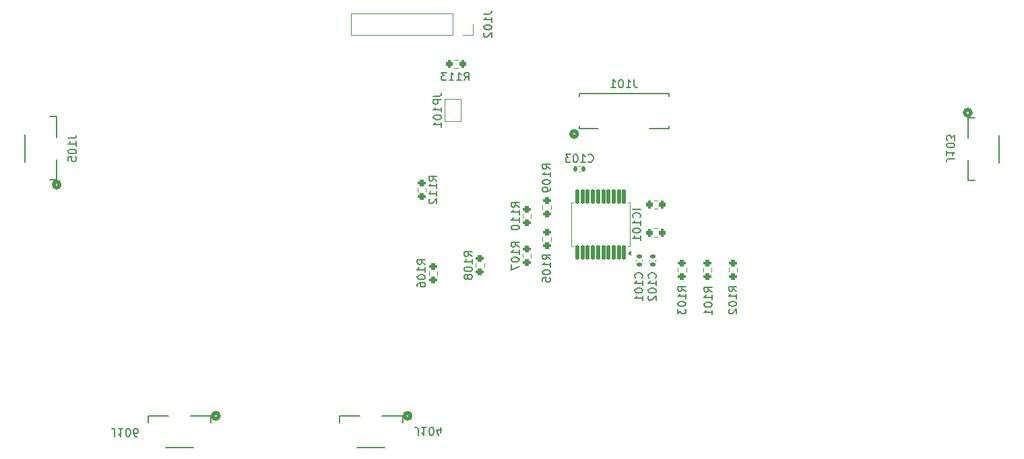
<source format=gbo>
G04 #@! TF.GenerationSoftware,KiCad,Pcbnew,8.0.9*
G04 #@! TF.CreationDate,2025-09-24T23:27:37+09:00*
G04 #@! TF.ProjectId,usb_sfc_pad,7573625f-7366-4635-9f70-61642e6b6963,rev?*
G04 #@! TF.SameCoordinates,Original*
G04 #@! TF.FileFunction,Legend,Bot*
G04 #@! TF.FilePolarity,Positive*
%FSLAX46Y46*%
G04 Gerber Fmt 4.6, Leading zero omitted, Abs format (unit mm)*
G04 Created by KiCad (PCBNEW 8.0.9) date 2025-09-24 23:27:37*
%MOMM*%
%LPD*%
G01*
G04 APERTURE LIST*
G04 Aperture macros list*
%AMRoundRect*
0 Rectangle with rounded corners*
0 $1 Rounding radius*
0 $2 $3 $4 $5 $6 $7 $8 $9 X,Y pos of 4 corners*
0 Add a 4 corners polygon primitive as box body*
4,1,4,$2,$3,$4,$5,$6,$7,$8,$9,$2,$3,0*
0 Add four circle primitives for the rounded corners*
1,1,$1+$1,$2,$3*
1,1,$1+$1,$4,$5*
1,1,$1+$1,$6,$7*
1,1,$1+$1,$8,$9*
0 Add four rect primitives between the rounded corners*
20,1,$1+$1,$2,$3,$4,$5,0*
20,1,$1+$1,$4,$5,$6,$7,0*
20,1,$1+$1,$6,$7,$8,$9,0*
20,1,$1+$1,$8,$9,$2,$3,0*%
%AMFreePoly0*
4,1,6,1.000000,0.000000,0.500000,-0.750000,-0.500000,-0.750000,-0.500000,0.750000,0.500000,0.750000,1.000000,0.000000,1.000000,0.000000,$1*%
%AMFreePoly1*
4,1,6,0.500000,-0.750000,-0.650000,-0.750000,-0.150000,0.000000,-0.650000,0.750000,0.500000,0.750000,0.500000,-0.750000,0.500000,-0.750000,$1*%
G04 Aperture macros list end*
%ADD10C,0.150000*%
%ADD11C,0.152400*%
%ADD12C,0.508000*%
%ADD13C,0.120000*%
%ADD14R,0.889000X1.295400*%
%ADD15R,2.209800X3.098800*%
%ADD16R,3.098800X2.209800*%
%ADD17R,1.295400X0.889000*%
%ADD18RoundRect,0.200000X-0.275000X0.200000X-0.275000X-0.200000X0.275000X-0.200000X0.275000X0.200000X0*%
%ADD19RoundRect,0.200000X0.200000X0.275000X-0.200000X0.275000X-0.200000X-0.275000X0.200000X-0.275000X0*%
%ADD20RoundRect,0.200000X0.275000X-0.200000X0.275000X0.200000X-0.275000X0.200000X-0.275000X-0.200000X0*%
%ADD21FreePoly0,270.000000*%
%ADD22FreePoly1,270.000000*%
%ADD23RoundRect,0.140000X0.170000X-0.140000X0.170000X0.140000X-0.170000X0.140000X-0.170000X-0.140000X0*%
%ADD24RoundRect,0.140000X-0.140000X-0.170000X0.140000X-0.170000X0.140000X0.170000X-0.140000X0.170000X0*%
%ADD25R,0.812800X1.701800*%
%ADD26RoundRect,0.112500X0.112500X-0.837500X0.112500X0.837500X-0.112500X0.837500X-0.112500X-0.837500X0*%
%ADD27R,1.700000X1.700000*%
%ADD28O,1.700000X1.700000*%
G04 APERTURE END LIST*
D10*
X104314285Y-141845180D02*
X104314285Y-141130895D01*
X104314285Y-141130895D02*
X104266666Y-140988038D01*
X104266666Y-140988038D02*
X104171428Y-140892800D01*
X104171428Y-140892800D02*
X104028571Y-140845180D01*
X104028571Y-140845180D02*
X103933333Y-140845180D01*
X105314285Y-140845180D02*
X104742857Y-140845180D01*
X105028571Y-140845180D02*
X105028571Y-141845180D01*
X105028571Y-141845180D02*
X104933333Y-141702323D01*
X104933333Y-141702323D02*
X104838095Y-141607085D01*
X104838095Y-141607085D02*
X104742857Y-141559466D01*
X105933333Y-141845180D02*
X106028571Y-141845180D01*
X106028571Y-141845180D02*
X106123809Y-141797561D01*
X106123809Y-141797561D02*
X106171428Y-141749942D01*
X106171428Y-141749942D02*
X106219047Y-141654704D01*
X106219047Y-141654704D02*
X106266666Y-141464228D01*
X106266666Y-141464228D02*
X106266666Y-141226133D01*
X106266666Y-141226133D02*
X106219047Y-141035657D01*
X106219047Y-141035657D02*
X106171428Y-140940419D01*
X106171428Y-140940419D02*
X106123809Y-140892800D01*
X106123809Y-140892800D02*
X106028571Y-140845180D01*
X106028571Y-140845180D02*
X105933333Y-140845180D01*
X105933333Y-140845180D02*
X105838095Y-140892800D01*
X105838095Y-140892800D02*
X105790476Y-140940419D01*
X105790476Y-140940419D02*
X105742857Y-141035657D01*
X105742857Y-141035657D02*
X105695238Y-141226133D01*
X105695238Y-141226133D02*
X105695238Y-141464228D01*
X105695238Y-141464228D02*
X105742857Y-141654704D01*
X105742857Y-141654704D02*
X105790476Y-141749942D01*
X105790476Y-141749942D02*
X105838095Y-141797561D01*
X105838095Y-141797561D02*
X105933333Y-141845180D01*
X107123809Y-141845180D02*
X106933333Y-141845180D01*
X106933333Y-141845180D02*
X106838095Y-141797561D01*
X106838095Y-141797561D02*
X106790476Y-141749942D01*
X106790476Y-141749942D02*
X106695238Y-141607085D01*
X106695238Y-141607085D02*
X106647619Y-141416609D01*
X106647619Y-141416609D02*
X106647619Y-141035657D01*
X106647619Y-141035657D02*
X106695238Y-140940419D01*
X106695238Y-140940419D02*
X106742857Y-140892800D01*
X106742857Y-140892800D02*
X106838095Y-140845180D01*
X106838095Y-140845180D02*
X107028571Y-140845180D01*
X107028571Y-140845180D02*
X107123809Y-140892800D01*
X107123809Y-140892800D02*
X107171428Y-140940419D01*
X107171428Y-140940419D02*
X107219047Y-141035657D01*
X107219047Y-141035657D02*
X107219047Y-141273752D01*
X107219047Y-141273752D02*
X107171428Y-141368990D01*
X107171428Y-141368990D02*
X107123809Y-141416609D01*
X107123809Y-141416609D02*
X107028571Y-141464228D01*
X107028571Y-141464228D02*
X106838095Y-141464228D01*
X106838095Y-141464228D02*
X106742857Y-141416609D01*
X106742857Y-141416609D02*
X106695238Y-141368990D01*
X106695238Y-141368990D02*
X106647619Y-141273752D01*
X142439285Y-141695180D02*
X142439285Y-140980895D01*
X142439285Y-140980895D02*
X142391666Y-140838038D01*
X142391666Y-140838038D02*
X142296428Y-140742800D01*
X142296428Y-140742800D02*
X142153571Y-140695180D01*
X142153571Y-140695180D02*
X142058333Y-140695180D01*
X143439285Y-140695180D02*
X142867857Y-140695180D01*
X143153571Y-140695180D02*
X143153571Y-141695180D01*
X143153571Y-141695180D02*
X143058333Y-141552323D01*
X143058333Y-141552323D02*
X142963095Y-141457085D01*
X142963095Y-141457085D02*
X142867857Y-141409466D01*
X144058333Y-141695180D02*
X144153571Y-141695180D01*
X144153571Y-141695180D02*
X144248809Y-141647561D01*
X144248809Y-141647561D02*
X144296428Y-141599942D01*
X144296428Y-141599942D02*
X144344047Y-141504704D01*
X144344047Y-141504704D02*
X144391666Y-141314228D01*
X144391666Y-141314228D02*
X144391666Y-141076133D01*
X144391666Y-141076133D02*
X144344047Y-140885657D01*
X144344047Y-140885657D02*
X144296428Y-140790419D01*
X144296428Y-140790419D02*
X144248809Y-140742800D01*
X144248809Y-140742800D02*
X144153571Y-140695180D01*
X144153571Y-140695180D02*
X144058333Y-140695180D01*
X144058333Y-140695180D02*
X143963095Y-140742800D01*
X143963095Y-140742800D02*
X143915476Y-140790419D01*
X143915476Y-140790419D02*
X143867857Y-140885657D01*
X143867857Y-140885657D02*
X143820238Y-141076133D01*
X143820238Y-141076133D02*
X143820238Y-141314228D01*
X143820238Y-141314228D02*
X143867857Y-141504704D01*
X143867857Y-141504704D02*
X143915476Y-141599942D01*
X143915476Y-141599942D02*
X143963095Y-141647561D01*
X143963095Y-141647561D02*
X144058333Y-141695180D01*
X145248809Y-141361847D02*
X145248809Y-140695180D01*
X145010714Y-141742800D02*
X144772619Y-141028514D01*
X144772619Y-141028514D02*
X145391666Y-141028514D01*
X98454819Y-104314285D02*
X99169104Y-104314285D01*
X99169104Y-104314285D02*
X99311961Y-104266666D01*
X99311961Y-104266666D02*
X99407200Y-104171428D01*
X99407200Y-104171428D02*
X99454819Y-104028571D01*
X99454819Y-104028571D02*
X99454819Y-103933333D01*
X99454819Y-105314285D02*
X99454819Y-104742857D01*
X99454819Y-105028571D02*
X98454819Y-105028571D01*
X98454819Y-105028571D02*
X98597676Y-104933333D01*
X98597676Y-104933333D02*
X98692914Y-104838095D01*
X98692914Y-104838095D02*
X98740533Y-104742857D01*
X98454819Y-105933333D02*
X98454819Y-106028571D01*
X98454819Y-106028571D02*
X98502438Y-106123809D01*
X98502438Y-106123809D02*
X98550057Y-106171428D01*
X98550057Y-106171428D02*
X98645295Y-106219047D01*
X98645295Y-106219047D02*
X98835771Y-106266666D01*
X98835771Y-106266666D02*
X99073866Y-106266666D01*
X99073866Y-106266666D02*
X99264342Y-106219047D01*
X99264342Y-106219047D02*
X99359580Y-106171428D01*
X99359580Y-106171428D02*
X99407200Y-106123809D01*
X99407200Y-106123809D02*
X99454819Y-106028571D01*
X99454819Y-106028571D02*
X99454819Y-105933333D01*
X99454819Y-105933333D02*
X99407200Y-105838095D01*
X99407200Y-105838095D02*
X99359580Y-105790476D01*
X99359580Y-105790476D02*
X99264342Y-105742857D01*
X99264342Y-105742857D02*
X99073866Y-105695238D01*
X99073866Y-105695238D02*
X98835771Y-105695238D01*
X98835771Y-105695238D02*
X98645295Y-105742857D01*
X98645295Y-105742857D02*
X98550057Y-105790476D01*
X98550057Y-105790476D02*
X98502438Y-105838095D01*
X98502438Y-105838095D02*
X98454819Y-105933333D01*
X98454819Y-107171428D02*
X98454819Y-106695238D01*
X98454819Y-106695238D02*
X98931009Y-106647619D01*
X98931009Y-106647619D02*
X98883390Y-106695238D01*
X98883390Y-106695238D02*
X98835771Y-106790476D01*
X98835771Y-106790476D02*
X98835771Y-107028571D01*
X98835771Y-107028571D02*
X98883390Y-107123809D01*
X98883390Y-107123809D02*
X98931009Y-107171428D01*
X98931009Y-107171428D02*
X99026247Y-107219047D01*
X99026247Y-107219047D02*
X99264342Y-107219047D01*
X99264342Y-107219047D02*
X99359580Y-107171428D01*
X99359580Y-107171428D02*
X99407200Y-107123809D01*
X99407200Y-107123809D02*
X99454819Y-107028571D01*
X99454819Y-107028571D02*
X99454819Y-106790476D01*
X99454819Y-106790476D02*
X99407200Y-106695238D01*
X99407200Y-106695238D02*
X99359580Y-106647619D01*
X209845180Y-106885714D02*
X209130895Y-106885714D01*
X209130895Y-106885714D02*
X208988038Y-106933333D01*
X208988038Y-106933333D02*
X208892800Y-107028571D01*
X208892800Y-107028571D02*
X208845180Y-107171428D01*
X208845180Y-107171428D02*
X208845180Y-107266666D01*
X208845180Y-105885714D02*
X208845180Y-106457142D01*
X208845180Y-106171428D02*
X209845180Y-106171428D01*
X209845180Y-106171428D02*
X209702323Y-106266666D01*
X209702323Y-106266666D02*
X209607085Y-106361904D01*
X209607085Y-106361904D02*
X209559466Y-106457142D01*
X209845180Y-105266666D02*
X209845180Y-105171428D01*
X209845180Y-105171428D02*
X209797561Y-105076190D01*
X209797561Y-105076190D02*
X209749942Y-105028571D01*
X209749942Y-105028571D02*
X209654704Y-104980952D01*
X209654704Y-104980952D02*
X209464228Y-104933333D01*
X209464228Y-104933333D02*
X209226133Y-104933333D01*
X209226133Y-104933333D02*
X209035657Y-104980952D01*
X209035657Y-104980952D02*
X208940419Y-105028571D01*
X208940419Y-105028571D02*
X208892800Y-105076190D01*
X208892800Y-105076190D02*
X208845180Y-105171428D01*
X208845180Y-105171428D02*
X208845180Y-105266666D01*
X208845180Y-105266666D02*
X208892800Y-105361904D01*
X208892800Y-105361904D02*
X208940419Y-105409523D01*
X208940419Y-105409523D02*
X209035657Y-105457142D01*
X209035657Y-105457142D02*
X209226133Y-105504761D01*
X209226133Y-105504761D02*
X209464228Y-105504761D01*
X209464228Y-105504761D02*
X209654704Y-105457142D01*
X209654704Y-105457142D02*
X209749942Y-105409523D01*
X209749942Y-105409523D02*
X209797561Y-105361904D01*
X209797561Y-105361904D02*
X209845180Y-105266666D01*
X209845180Y-104599999D02*
X209845180Y-103980952D01*
X209845180Y-103980952D02*
X209464228Y-104314285D01*
X209464228Y-104314285D02*
X209464228Y-104171428D01*
X209464228Y-104171428D02*
X209416609Y-104076190D01*
X209416609Y-104076190D02*
X209368990Y-104028571D01*
X209368990Y-104028571D02*
X209273752Y-103980952D01*
X209273752Y-103980952D02*
X209035657Y-103980952D01*
X209035657Y-103980952D02*
X208940419Y-104028571D01*
X208940419Y-104028571D02*
X208892800Y-104076190D01*
X208892800Y-104076190D02*
X208845180Y-104171428D01*
X208845180Y-104171428D02*
X208845180Y-104457142D01*
X208845180Y-104457142D02*
X208892800Y-104552380D01*
X208892800Y-104552380D02*
X208940419Y-104599999D01*
X182454819Y-123555952D02*
X181978628Y-123222619D01*
X182454819Y-122984524D02*
X181454819Y-122984524D01*
X181454819Y-122984524D02*
X181454819Y-123365476D01*
X181454819Y-123365476D02*
X181502438Y-123460714D01*
X181502438Y-123460714D02*
X181550057Y-123508333D01*
X181550057Y-123508333D02*
X181645295Y-123555952D01*
X181645295Y-123555952D02*
X181788152Y-123555952D01*
X181788152Y-123555952D02*
X181883390Y-123508333D01*
X181883390Y-123508333D02*
X181931009Y-123460714D01*
X181931009Y-123460714D02*
X181978628Y-123365476D01*
X181978628Y-123365476D02*
X181978628Y-122984524D01*
X182454819Y-124508333D02*
X182454819Y-123936905D01*
X182454819Y-124222619D02*
X181454819Y-124222619D01*
X181454819Y-124222619D02*
X181597676Y-124127381D01*
X181597676Y-124127381D02*
X181692914Y-124032143D01*
X181692914Y-124032143D02*
X181740533Y-123936905D01*
X181454819Y-125127381D02*
X181454819Y-125222619D01*
X181454819Y-125222619D02*
X181502438Y-125317857D01*
X181502438Y-125317857D02*
X181550057Y-125365476D01*
X181550057Y-125365476D02*
X181645295Y-125413095D01*
X181645295Y-125413095D02*
X181835771Y-125460714D01*
X181835771Y-125460714D02*
X182073866Y-125460714D01*
X182073866Y-125460714D02*
X182264342Y-125413095D01*
X182264342Y-125413095D02*
X182359580Y-125365476D01*
X182359580Y-125365476D02*
X182407200Y-125317857D01*
X182407200Y-125317857D02*
X182454819Y-125222619D01*
X182454819Y-125222619D02*
X182454819Y-125127381D01*
X182454819Y-125127381D02*
X182407200Y-125032143D01*
X182407200Y-125032143D02*
X182359580Y-124984524D01*
X182359580Y-124984524D02*
X182264342Y-124936905D01*
X182264342Y-124936905D02*
X182073866Y-124889286D01*
X182073866Y-124889286D02*
X181835771Y-124889286D01*
X181835771Y-124889286D02*
X181645295Y-124936905D01*
X181645295Y-124936905D02*
X181550057Y-124984524D01*
X181550057Y-124984524D02*
X181502438Y-125032143D01*
X181502438Y-125032143D02*
X181454819Y-125127381D01*
X181550057Y-125841667D02*
X181502438Y-125889286D01*
X181502438Y-125889286D02*
X181454819Y-125984524D01*
X181454819Y-125984524D02*
X181454819Y-126222619D01*
X181454819Y-126222619D02*
X181502438Y-126317857D01*
X181502438Y-126317857D02*
X181550057Y-126365476D01*
X181550057Y-126365476D02*
X181645295Y-126413095D01*
X181645295Y-126413095D02*
X181740533Y-126413095D01*
X181740533Y-126413095D02*
X181883390Y-126365476D01*
X181883390Y-126365476D02*
X182454819Y-125794048D01*
X182454819Y-125794048D02*
X182454819Y-126413095D01*
X159054819Y-108205952D02*
X158578628Y-107872619D01*
X159054819Y-107634524D02*
X158054819Y-107634524D01*
X158054819Y-107634524D02*
X158054819Y-108015476D01*
X158054819Y-108015476D02*
X158102438Y-108110714D01*
X158102438Y-108110714D02*
X158150057Y-108158333D01*
X158150057Y-108158333D02*
X158245295Y-108205952D01*
X158245295Y-108205952D02*
X158388152Y-108205952D01*
X158388152Y-108205952D02*
X158483390Y-108158333D01*
X158483390Y-108158333D02*
X158531009Y-108110714D01*
X158531009Y-108110714D02*
X158578628Y-108015476D01*
X158578628Y-108015476D02*
X158578628Y-107634524D01*
X159054819Y-109158333D02*
X159054819Y-108586905D01*
X159054819Y-108872619D02*
X158054819Y-108872619D01*
X158054819Y-108872619D02*
X158197676Y-108777381D01*
X158197676Y-108777381D02*
X158292914Y-108682143D01*
X158292914Y-108682143D02*
X158340533Y-108586905D01*
X158054819Y-109777381D02*
X158054819Y-109872619D01*
X158054819Y-109872619D02*
X158102438Y-109967857D01*
X158102438Y-109967857D02*
X158150057Y-110015476D01*
X158150057Y-110015476D02*
X158245295Y-110063095D01*
X158245295Y-110063095D02*
X158435771Y-110110714D01*
X158435771Y-110110714D02*
X158673866Y-110110714D01*
X158673866Y-110110714D02*
X158864342Y-110063095D01*
X158864342Y-110063095D02*
X158959580Y-110015476D01*
X158959580Y-110015476D02*
X159007200Y-109967857D01*
X159007200Y-109967857D02*
X159054819Y-109872619D01*
X159054819Y-109872619D02*
X159054819Y-109777381D01*
X159054819Y-109777381D02*
X159007200Y-109682143D01*
X159007200Y-109682143D02*
X158959580Y-109634524D01*
X158959580Y-109634524D02*
X158864342Y-109586905D01*
X158864342Y-109586905D02*
X158673866Y-109539286D01*
X158673866Y-109539286D02*
X158435771Y-109539286D01*
X158435771Y-109539286D02*
X158245295Y-109586905D01*
X158245295Y-109586905D02*
X158150057Y-109634524D01*
X158150057Y-109634524D02*
X158102438Y-109682143D01*
X158102438Y-109682143D02*
X158054819Y-109777381D01*
X159054819Y-110586905D02*
X159054819Y-110777381D01*
X159054819Y-110777381D02*
X159007200Y-110872619D01*
X159007200Y-110872619D02*
X158959580Y-110920238D01*
X158959580Y-110920238D02*
X158816723Y-111015476D01*
X158816723Y-111015476D02*
X158626247Y-111063095D01*
X158626247Y-111063095D02*
X158245295Y-111063095D01*
X158245295Y-111063095D02*
X158150057Y-111015476D01*
X158150057Y-111015476D02*
X158102438Y-110967857D01*
X158102438Y-110967857D02*
X158054819Y-110872619D01*
X158054819Y-110872619D02*
X158054819Y-110682143D01*
X158054819Y-110682143D02*
X158102438Y-110586905D01*
X158102438Y-110586905D02*
X158150057Y-110539286D01*
X158150057Y-110539286D02*
X158245295Y-110491667D01*
X158245295Y-110491667D02*
X158483390Y-110491667D01*
X158483390Y-110491667D02*
X158578628Y-110539286D01*
X158578628Y-110539286D02*
X158626247Y-110586905D01*
X158626247Y-110586905D02*
X158673866Y-110682143D01*
X158673866Y-110682143D02*
X158673866Y-110872619D01*
X158673866Y-110872619D02*
X158626247Y-110967857D01*
X158626247Y-110967857D02*
X158578628Y-111015476D01*
X158578628Y-111015476D02*
X158483390Y-111063095D01*
X144784819Y-109680952D02*
X144308628Y-109347619D01*
X144784819Y-109109524D02*
X143784819Y-109109524D01*
X143784819Y-109109524D02*
X143784819Y-109490476D01*
X143784819Y-109490476D02*
X143832438Y-109585714D01*
X143832438Y-109585714D02*
X143880057Y-109633333D01*
X143880057Y-109633333D02*
X143975295Y-109680952D01*
X143975295Y-109680952D02*
X144118152Y-109680952D01*
X144118152Y-109680952D02*
X144213390Y-109633333D01*
X144213390Y-109633333D02*
X144261009Y-109585714D01*
X144261009Y-109585714D02*
X144308628Y-109490476D01*
X144308628Y-109490476D02*
X144308628Y-109109524D01*
X144784819Y-110633333D02*
X144784819Y-110061905D01*
X144784819Y-110347619D02*
X143784819Y-110347619D01*
X143784819Y-110347619D02*
X143927676Y-110252381D01*
X143927676Y-110252381D02*
X144022914Y-110157143D01*
X144022914Y-110157143D02*
X144070533Y-110061905D01*
X144784819Y-111585714D02*
X144784819Y-111014286D01*
X144784819Y-111300000D02*
X143784819Y-111300000D01*
X143784819Y-111300000D02*
X143927676Y-111204762D01*
X143927676Y-111204762D02*
X144022914Y-111109524D01*
X144022914Y-111109524D02*
X144070533Y-111014286D01*
X143880057Y-111966667D02*
X143832438Y-112014286D01*
X143832438Y-112014286D02*
X143784819Y-112109524D01*
X143784819Y-112109524D02*
X143784819Y-112347619D01*
X143784819Y-112347619D02*
X143832438Y-112442857D01*
X143832438Y-112442857D02*
X143880057Y-112490476D01*
X143880057Y-112490476D02*
X143975295Y-112538095D01*
X143975295Y-112538095D02*
X144070533Y-112538095D01*
X144070533Y-112538095D02*
X144213390Y-112490476D01*
X144213390Y-112490476D02*
X144784819Y-111919048D01*
X144784819Y-111919048D02*
X144784819Y-112538095D01*
X179354819Y-123655952D02*
X178878628Y-123322619D01*
X179354819Y-123084524D02*
X178354819Y-123084524D01*
X178354819Y-123084524D02*
X178354819Y-123465476D01*
X178354819Y-123465476D02*
X178402438Y-123560714D01*
X178402438Y-123560714D02*
X178450057Y-123608333D01*
X178450057Y-123608333D02*
X178545295Y-123655952D01*
X178545295Y-123655952D02*
X178688152Y-123655952D01*
X178688152Y-123655952D02*
X178783390Y-123608333D01*
X178783390Y-123608333D02*
X178831009Y-123560714D01*
X178831009Y-123560714D02*
X178878628Y-123465476D01*
X178878628Y-123465476D02*
X178878628Y-123084524D01*
X179354819Y-124608333D02*
X179354819Y-124036905D01*
X179354819Y-124322619D02*
X178354819Y-124322619D01*
X178354819Y-124322619D02*
X178497676Y-124227381D01*
X178497676Y-124227381D02*
X178592914Y-124132143D01*
X178592914Y-124132143D02*
X178640533Y-124036905D01*
X178354819Y-125227381D02*
X178354819Y-125322619D01*
X178354819Y-125322619D02*
X178402438Y-125417857D01*
X178402438Y-125417857D02*
X178450057Y-125465476D01*
X178450057Y-125465476D02*
X178545295Y-125513095D01*
X178545295Y-125513095D02*
X178735771Y-125560714D01*
X178735771Y-125560714D02*
X178973866Y-125560714D01*
X178973866Y-125560714D02*
X179164342Y-125513095D01*
X179164342Y-125513095D02*
X179259580Y-125465476D01*
X179259580Y-125465476D02*
X179307200Y-125417857D01*
X179307200Y-125417857D02*
X179354819Y-125322619D01*
X179354819Y-125322619D02*
X179354819Y-125227381D01*
X179354819Y-125227381D02*
X179307200Y-125132143D01*
X179307200Y-125132143D02*
X179259580Y-125084524D01*
X179259580Y-125084524D02*
X179164342Y-125036905D01*
X179164342Y-125036905D02*
X178973866Y-124989286D01*
X178973866Y-124989286D02*
X178735771Y-124989286D01*
X178735771Y-124989286D02*
X178545295Y-125036905D01*
X178545295Y-125036905D02*
X178450057Y-125084524D01*
X178450057Y-125084524D02*
X178402438Y-125132143D01*
X178402438Y-125132143D02*
X178354819Y-125227381D01*
X179354819Y-126513095D02*
X179354819Y-125941667D01*
X179354819Y-126227381D02*
X178354819Y-126227381D01*
X178354819Y-126227381D02*
X178497676Y-126132143D01*
X178497676Y-126132143D02*
X178592914Y-126036905D01*
X178592914Y-126036905D02*
X178640533Y-125941667D01*
X148219047Y-97054819D02*
X148552380Y-96578628D01*
X148790475Y-97054819D02*
X148790475Y-96054819D01*
X148790475Y-96054819D02*
X148409523Y-96054819D01*
X148409523Y-96054819D02*
X148314285Y-96102438D01*
X148314285Y-96102438D02*
X148266666Y-96150057D01*
X148266666Y-96150057D02*
X148219047Y-96245295D01*
X148219047Y-96245295D02*
X148219047Y-96388152D01*
X148219047Y-96388152D02*
X148266666Y-96483390D01*
X148266666Y-96483390D02*
X148314285Y-96531009D01*
X148314285Y-96531009D02*
X148409523Y-96578628D01*
X148409523Y-96578628D02*
X148790475Y-96578628D01*
X147266666Y-97054819D02*
X147838094Y-97054819D01*
X147552380Y-97054819D02*
X147552380Y-96054819D01*
X147552380Y-96054819D02*
X147647618Y-96197676D01*
X147647618Y-96197676D02*
X147742856Y-96292914D01*
X147742856Y-96292914D02*
X147838094Y-96340533D01*
X146314285Y-97054819D02*
X146885713Y-97054819D01*
X146599999Y-97054819D02*
X146599999Y-96054819D01*
X146599999Y-96054819D02*
X146695237Y-96197676D01*
X146695237Y-96197676D02*
X146790475Y-96292914D01*
X146790475Y-96292914D02*
X146885713Y-96340533D01*
X145980951Y-96054819D02*
X145361904Y-96054819D01*
X145361904Y-96054819D02*
X145695237Y-96435771D01*
X145695237Y-96435771D02*
X145552380Y-96435771D01*
X145552380Y-96435771D02*
X145457142Y-96483390D01*
X145457142Y-96483390D02*
X145409523Y-96531009D01*
X145409523Y-96531009D02*
X145361904Y-96626247D01*
X145361904Y-96626247D02*
X145361904Y-96864342D01*
X145361904Y-96864342D02*
X145409523Y-96959580D01*
X145409523Y-96959580D02*
X145457142Y-97007200D01*
X145457142Y-97007200D02*
X145552380Y-97054819D01*
X145552380Y-97054819D02*
X145838094Y-97054819D01*
X145838094Y-97054819D02*
X145933332Y-97007200D01*
X145933332Y-97007200D02*
X145980951Y-96959580D01*
X143324819Y-120180952D02*
X142848628Y-119847619D01*
X143324819Y-119609524D02*
X142324819Y-119609524D01*
X142324819Y-119609524D02*
X142324819Y-119990476D01*
X142324819Y-119990476D02*
X142372438Y-120085714D01*
X142372438Y-120085714D02*
X142420057Y-120133333D01*
X142420057Y-120133333D02*
X142515295Y-120180952D01*
X142515295Y-120180952D02*
X142658152Y-120180952D01*
X142658152Y-120180952D02*
X142753390Y-120133333D01*
X142753390Y-120133333D02*
X142801009Y-120085714D01*
X142801009Y-120085714D02*
X142848628Y-119990476D01*
X142848628Y-119990476D02*
X142848628Y-119609524D01*
X143324819Y-121133333D02*
X143324819Y-120561905D01*
X143324819Y-120847619D02*
X142324819Y-120847619D01*
X142324819Y-120847619D02*
X142467676Y-120752381D01*
X142467676Y-120752381D02*
X142562914Y-120657143D01*
X142562914Y-120657143D02*
X142610533Y-120561905D01*
X142324819Y-121752381D02*
X142324819Y-121847619D01*
X142324819Y-121847619D02*
X142372438Y-121942857D01*
X142372438Y-121942857D02*
X142420057Y-121990476D01*
X142420057Y-121990476D02*
X142515295Y-122038095D01*
X142515295Y-122038095D02*
X142705771Y-122085714D01*
X142705771Y-122085714D02*
X142943866Y-122085714D01*
X142943866Y-122085714D02*
X143134342Y-122038095D01*
X143134342Y-122038095D02*
X143229580Y-121990476D01*
X143229580Y-121990476D02*
X143277200Y-121942857D01*
X143277200Y-121942857D02*
X143324819Y-121847619D01*
X143324819Y-121847619D02*
X143324819Y-121752381D01*
X143324819Y-121752381D02*
X143277200Y-121657143D01*
X143277200Y-121657143D02*
X143229580Y-121609524D01*
X143229580Y-121609524D02*
X143134342Y-121561905D01*
X143134342Y-121561905D02*
X142943866Y-121514286D01*
X142943866Y-121514286D02*
X142705771Y-121514286D01*
X142705771Y-121514286D02*
X142515295Y-121561905D01*
X142515295Y-121561905D02*
X142420057Y-121609524D01*
X142420057Y-121609524D02*
X142372438Y-121657143D01*
X142372438Y-121657143D02*
X142324819Y-121752381D01*
X142324819Y-122942857D02*
X142324819Y-122752381D01*
X142324819Y-122752381D02*
X142372438Y-122657143D01*
X142372438Y-122657143D02*
X142420057Y-122609524D01*
X142420057Y-122609524D02*
X142562914Y-122514286D01*
X142562914Y-122514286D02*
X142753390Y-122466667D01*
X142753390Y-122466667D02*
X143134342Y-122466667D01*
X143134342Y-122466667D02*
X143229580Y-122514286D01*
X143229580Y-122514286D02*
X143277200Y-122561905D01*
X143277200Y-122561905D02*
X143324819Y-122657143D01*
X143324819Y-122657143D02*
X143324819Y-122847619D01*
X143324819Y-122847619D02*
X143277200Y-122942857D01*
X143277200Y-122942857D02*
X143229580Y-122990476D01*
X143229580Y-122990476D02*
X143134342Y-123038095D01*
X143134342Y-123038095D02*
X142896247Y-123038095D01*
X142896247Y-123038095D02*
X142801009Y-122990476D01*
X142801009Y-122990476D02*
X142753390Y-122942857D01*
X142753390Y-122942857D02*
X142705771Y-122847619D01*
X142705771Y-122847619D02*
X142705771Y-122657143D01*
X142705771Y-122657143D02*
X142753390Y-122561905D01*
X142753390Y-122561905D02*
X142801009Y-122514286D01*
X142801009Y-122514286D02*
X142896247Y-122466667D01*
X144354819Y-99014285D02*
X145069104Y-99014285D01*
X145069104Y-99014285D02*
X145211961Y-98966666D01*
X145211961Y-98966666D02*
X145307200Y-98871428D01*
X145307200Y-98871428D02*
X145354819Y-98728571D01*
X145354819Y-98728571D02*
X145354819Y-98633333D01*
X145354819Y-99490476D02*
X144354819Y-99490476D01*
X144354819Y-99490476D02*
X144354819Y-99871428D01*
X144354819Y-99871428D02*
X144402438Y-99966666D01*
X144402438Y-99966666D02*
X144450057Y-100014285D01*
X144450057Y-100014285D02*
X144545295Y-100061904D01*
X144545295Y-100061904D02*
X144688152Y-100061904D01*
X144688152Y-100061904D02*
X144783390Y-100014285D01*
X144783390Y-100014285D02*
X144831009Y-99966666D01*
X144831009Y-99966666D02*
X144878628Y-99871428D01*
X144878628Y-99871428D02*
X144878628Y-99490476D01*
X145354819Y-101014285D02*
X145354819Y-100442857D01*
X145354819Y-100728571D02*
X144354819Y-100728571D01*
X144354819Y-100728571D02*
X144497676Y-100633333D01*
X144497676Y-100633333D02*
X144592914Y-100538095D01*
X144592914Y-100538095D02*
X144640533Y-100442857D01*
X144354819Y-101633333D02*
X144354819Y-101728571D01*
X144354819Y-101728571D02*
X144402438Y-101823809D01*
X144402438Y-101823809D02*
X144450057Y-101871428D01*
X144450057Y-101871428D02*
X144545295Y-101919047D01*
X144545295Y-101919047D02*
X144735771Y-101966666D01*
X144735771Y-101966666D02*
X144973866Y-101966666D01*
X144973866Y-101966666D02*
X145164342Y-101919047D01*
X145164342Y-101919047D02*
X145259580Y-101871428D01*
X145259580Y-101871428D02*
X145307200Y-101823809D01*
X145307200Y-101823809D02*
X145354819Y-101728571D01*
X145354819Y-101728571D02*
X145354819Y-101633333D01*
X145354819Y-101633333D02*
X145307200Y-101538095D01*
X145307200Y-101538095D02*
X145259580Y-101490476D01*
X145259580Y-101490476D02*
X145164342Y-101442857D01*
X145164342Y-101442857D02*
X144973866Y-101395238D01*
X144973866Y-101395238D02*
X144735771Y-101395238D01*
X144735771Y-101395238D02*
X144545295Y-101442857D01*
X144545295Y-101442857D02*
X144450057Y-101490476D01*
X144450057Y-101490476D02*
X144402438Y-101538095D01*
X144402438Y-101538095D02*
X144354819Y-101633333D01*
X145354819Y-102919047D02*
X145354819Y-102347619D01*
X145354819Y-102633333D02*
X144354819Y-102633333D01*
X144354819Y-102633333D02*
X144497676Y-102538095D01*
X144497676Y-102538095D02*
X144592914Y-102442857D01*
X144592914Y-102442857D02*
X144640533Y-102347619D01*
X149224819Y-119180952D02*
X148748628Y-118847619D01*
X149224819Y-118609524D02*
X148224819Y-118609524D01*
X148224819Y-118609524D02*
X148224819Y-118990476D01*
X148224819Y-118990476D02*
X148272438Y-119085714D01*
X148272438Y-119085714D02*
X148320057Y-119133333D01*
X148320057Y-119133333D02*
X148415295Y-119180952D01*
X148415295Y-119180952D02*
X148558152Y-119180952D01*
X148558152Y-119180952D02*
X148653390Y-119133333D01*
X148653390Y-119133333D02*
X148701009Y-119085714D01*
X148701009Y-119085714D02*
X148748628Y-118990476D01*
X148748628Y-118990476D02*
X148748628Y-118609524D01*
X149224819Y-120133333D02*
X149224819Y-119561905D01*
X149224819Y-119847619D02*
X148224819Y-119847619D01*
X148224819Y-119847619D02*
X148367676Y-119752381D01*
X148367676Y-119752381D02*
X148462914Y-119657143D01*
X148462914Y-119657143D02*
X148510533Y-119561905D01*
X148224819Y-120752381D02*
X148224819Y-120847619D01*
X148224819Y-120847619D02*
X148272438Y-120942857D01*
X148272438Y-120942857D02*
X148320057Y-120990476D01*
X148320057Y-120990476D02*
X148415295Y-121038095D01*
X148415295Y-121038095D02*
X148605771Y-121085714D01*
X148605771Y-121085714D02*
X148843866Y-121085714D01*
X148843866Y-121085714D02*
X149034342Y-121038095D01*
X149034342Y-121038095D02*
X149129580Y-120990476D01*
X149129580Y-120990476D02*
X149177200Y-120942857D01*
X149177200Y-120942857D02*
X149224819Y-120847619D01*
X149224819Y-120847619D02*
X149224819Y-120752381D01*
X149224819Y-120752381D02*
X149177200Y-120657143D01*
X149177200Y-120657143D02*
X149129580Y-120609524D01*
X149129580Y-120609524D02*
X149034342Y-120561905D01*
X149034342Y-120561905D02*
X148843866Y-120514286D01*
X148843866Y-120514286D02*
X148605771Y-120514286D01*
X148605771Y-120514286D02*
X148415295Y-120561905D01*
X148415295Y-120561905D02*
X148320057Y-120609524D01*
X148320057Y-120609524D02*
X148272438Y-120657143D01*
X148272438Y-120657143D02*
X148224819Y-120752381D01*
X148653390Y-121657143D02*
X148605771Y-121561905D01*
X148605771Y-121561905D02*
X148558152Y-121514286D01*
X148558152Y-121514286D02*
X148462914Y-121466667D01*
X148462914Y-121466667D02*
X148415295Y-121466667D01*
X148415295Y-121466667D02*
X148320057Y-121514286D01*
X148320057Y-121514286D02*
X148272438Y-121561905D01*
X148272438Y-121561905D02*
X148224819Y-121657143D01*
X148224819Y-121657143D02*
X148224819Y-121847619D01*
X148224819Y-121847619D02*
X148272438Y-121942857D01*
X148272438Y-121942857D02*
X148320057Y-121990476D01*
X148320057Y-121990476D02*
X148415295Y-122038095D01*
X148415295Y-122038095D02*
X148462914Y-122038095D01*
X148462914Y-122038095D02*
X148558152Y-121990476D01*
X148558152Y-121990476D02*
X148605771Y-121942857D01*
X148605771Y-121942857D02*
X148653390Y-121847619D01*
X148653390Y-121847619D02*
X148653390Y-121657143D01*
X148653390Y-121657143D02*
X148701009Y-121561905D01*
X148701009Y-121561905D02*
X148748628Y-121514286D01*
X148748628Y-121514286D02*
X148843866Y-121466667D01*
X148843866Y-121466667D02*
X149034342Y-121466667D01*
X149034342Y-121466667D02*
X149129580Y-121514286D01*
X149129580Y-121514286D02*
X149177200Y-121561905D01*
X149177200Y-121561905D02*
X149224819Y-121657143D01*
X149224819Y-121657143D02*
X149224819Y-121847619D01*
X149224819Y-121847619D02*
X149177200Y-121942857D01*
X149177200Y-121942857D02*
X149129580Y-121990476D01*
X149129580Y-121990476D02*
X149034342Y-122038095D01*
X149034342Y-122038095D02*
X148843866Y-122038095D01*
X148843866Y-122038095D02*
X148748628Y-121990476D01*
X148748628Y-121990476D02*
X148701009Y-121942857D01*
X148701009Y-121942857D02*
X148653390Y-121847619D01*
X172259580Y-121880952D02*
X172307200Y-121833333D01*
X172307200Y-121833333D02*
X172354819Y-121690476D01*
X172354819Y-121690476D02*
X172354819Y-121595238D01*
X172354819Y-121595238D02*
X172307200Y-121452381D01*
X172307200Y-121452381D02*
X172211961Y-121357143D01*
X172211961Y-121357143D02*
X172116723Y-121309524D01*
X172116723Y-121309524D02*
X171926247Y-121261905D01*
X171926247Y-121261905D02*
X171783390Y-121261905D01*
X171783390Y-121261905D02*
X171592914Y-121309524D01*
X171592914Y-121309524D02*
X171497676Y-121357143D01*
X171497676Y-121357143D02*
X171402438Y-121452381D01*
X171402438Y-121452381D02*
X171354819Y-121595238D01*
X171354819Y-121595238D02*
X171354819Y-121690476D01*
X171354819Y-121690476D02*
X171402438Y-121833333D01*
X171402438Y-121833333D02*
X171450057Y-121880952D01*
X172354819Y-122833333D02*
X172354819Y-122261905D01*
X172354819Y-122547619D02*
X171354819Y-122547619D01*
X171354819Y-122547619D02*
X171497676Y-122452381D01*
X171497676Y-122452381D02*
X171592914Y-122357143D01*
X171592914Y-122357143D02*
X171640533Y-122261905D01*
X171354819Y-123452381D02*
X171354819Y-123547619D01*
X171354819Y-123547619D02*
X171402438Y-123642857D01*
X171402438Y-123642857D02*
X171450057Y-123690476D01*
X171450057Y-123690476D02*
X171545295Y-123738095D01*
X171545295Y-123738095D02*
X171735771Y-123785714D01*
X171735771Y-123785714D02*
X171973866Y-123785714D01*
X171973866Y-123785714D02*
X172164342Y-123738095D01*
X172164342Y-123738095D02*
X172259580Y-123690476D01*
X172259580Y-123690476D02*
X172307200Y-123642857D01*
X172307200Y-123642857D02*
X172354819Y-123547619D01*
X172354819Y-123547619D02*
X172354819Y-123452381D01*
X172354819Y-123452381D02*
X172307200Y-123357143D01*
X172307200Y-123357143D02*
X172259580Y-123309524D01*
X172259580Y-123309524D02*
X172164342Y-123261905D01*
X172164342Y-123261905D02*
X171973866Y-123214286D01*
X171973866Y-123214286D02*
X171735771Y-123214286D01*
X171735771Y-123214286D02*
X171545295Y-123261905D01*
X171545295Y-123261905D02*
X171450057Y-123309524D01*
X171450057Y-123309524D02*
X171402438Y-123357143D01*
X171402438Y-123357143D02*
X171354819Y-123452381D01*
X171450057Y-124166667D02*
X171402438Y-124214286D01*
X171402438Y-124214286D02*
X171354819Y-124309524D01*
X171354819Y-124309524D02*
X171354819Y-124547619D01*
X171354819Y-124547619D02*
X171402438Y-124642857D01*
X171402438Y-124642857D02*
X171450057Y-124690476D01*
X171450057Y-124690476D02*
X171545295Y-124738095D01*
X171545295Y-124738095D02*
X171640533Y-124738095D01*
X171640533Y-124738095D02*
X171783390Y-124690476D01*
X171783390Y-124690476D02*
X172354819Y-124119048D01*
X172354819Y-124119048D02*
X172354819Y-124738095D01*
X163819047Y-107259580D02*
X163866666Y-107307200D01*
X163866666Y-107307200D02*
X164009523Y-107354819D01*
X164009523Y-107354819D02*
X164104761Y-107354819D01*
X164104761Y-107354819D02*
X164247618Y-107307200D01*
X164247618Y-107307200D02*
X164342856Y-107211961D01*
X164342856Y-107211961D02*
X164390475Y-107116723D01*
X164390475Y-107116723D02*
X164438094Y-106926247D01*
X164438094Y-106926247D02*
X164438094Y-106783390D01*
X164438094Y-106783390D02*
X164390475Y-106592914D01*
X164390475Y-106592914D02*
X164342856Y-106497676D01*
X164342856Y-106497676D02*
X164247618Y-106402438D01*
X164247618Y-106402438D02*
X164104761Y-106354819D01*
X164104761Y-106354819D02*
X164009523Y-106354819D01*
X164009523Y-106354819D02*
X163866666Y-106402438D01*
X163866666Y-106402438D02*
X163819047Y-106450057D01*
X162866666Y-107354819D02*
X163438094Y-107354819D01*
X163152380Y-107354819D02*
X163152380Y-106354819D01*
X163152380Y-106354819D02*
X163247618Y-106497676D01*
X163247618Y-106497676D02*
X163342856Y-106592914D01*
X163342856Y-106592914D02*
X163438094Y-106640533D01*
X162247618Y-106354819D02*
X162152380Y-106354819D01*
X162152380Y-106354819D02*
X162057142Y-106402438D01*
X162057142Y-106402438D02*
X162009523Y-106450057D01*
X162009523Y-106450057D02*
X161961904Y-106545295D01*
X161961904Y-106545295D02*
X161914285Y-106735771D01*
X161914285Y-106735771D02*
X161914285Y-106973866D01*
X161914285Y-106973866D02*
X161961904Y-107164342D01*
X161961904Y-107164342D02*
X162009523Y-107259580D01*
X162009523Y-107259580D02*
X162057142Y-107307200D01*
X162057142Y-107307200D02*
X162152380Y-107354819D01*
X162152380Y-107354819D02*
X162247618Y-107354819D01*
X162247618Y-107354819D02*
X162342856Y-107307200D01*
X162342856Y-107307200D02*
X162390475Y-107259580D01*
X162390475Y-107259580D02*
X162438094Y-107164342D01*
X162438094Y-107164342D02*
X162485713Y-106973866D01*
X162485713Y-106973866D02*
X162485713Y-106735771D01*
X162485713Y-106735771D02*
X162438094Y-106545295D01*
X162438094Y-106545295D02*
X162390475Y-106450057D01*
X162390475Y-106450057D02*
X162342856Y-106402438D01*
X162342856Y-106402438D02*
X162247618Y-106354819D01*
X161580951Y-106354819D02*
X160961904Y-106354819D01*
X160961904Y-106354819D02*
X161295237Y-106735771D01*
X161295237Y-106735771D02*
X161152380Y-106735771D01*
X161152380Y-106735771D02*
X161057142Y-106783390D01*
X161057142Y-106783390D02*
X161009523Y-106831009D01*
X161009523Y-106831009D02*
X160961904Y-106926247D01*
X160961904Y-106926247D02*
X160961904Y-107164342D01*
X160961904Y-107164342D02*
X161009523Y-107259580D01*
X161009523Y-107259580D02*
X161057142Y-107307200D01*
X161057142Y-107307200D02*
X161152380Y-107354819D01*
X161152380Y-107354819D02*
X161438094Y-107354819D01*
X161438094Y-107354819D02*
X161533332Y-107307200D01*
X161533332Y-107307200D02*
X161580951Y-107259580D01*
X169585714Y-96954819D02*
X169585714Y-97669104D01*
X169585714Y-97669104D02*
X169633333Y-97811961D01*
X169633333Y-97811961D02*
X169728571Y-97907200D01*
X169728571Y-97907200D02*
X169871428Y-97954819D01*
X169871428Y-97954819D02*
X169966666Y-97954819D01*
X168585714Y-97954819D02*
X169157142Y-97954819D01*
X168871428Y-97954819D02*
X168871428Y-96954819D01*
X168871428Y-96954819D02*
X168966666Y-97097676D01*
X168966666Y-97097676D02*
X169061904Y-97192914D01*
X169061904Y-97192914D02*
X169157142Y-97240533D01*
X167966666Y-96954819D02*
X167871428Y-96954819D01*
X167871428Y-96954819D02*
X167776190Y-97002438D01*
X167776190Y-97002438D02*
X167728571Y-97050057D01*
X167728571Y-97050057D02*
X167680952Y-97145295D01*
X167680952Y-97145295D02*
X167633333Y-97335771D01*
X167633333Y-97335771D02*
X167633333Y-97573866D01*
X167633333Y-97573866D02*
X167680952Y-97764342D01*
X167680952Y-97764342D02*
X167728571Y-97859580D01*
X167728571Y-97859580D02*
X167776190Y-97907200D01*
X167776190Y-97907200D02*
X167871428Y-97954819D01*
X167871428Y-97954819D02*
X167966666Y-97954819D01*
X167966666Y-97954819D02*
X168061904Y-97907200D01*
X168061904Y-97907200D02*
X168109523Y-97859580D01*
X168109523Y-97859580D02*
X168157142Y-97764342D01*
X168157142Y-97764342D02*
X168204761Y-97573866D01*
X168204761Y-97573866D02*
X168204761Y-97335771D01*
X168204761Y-97335771D02*
X168157142Y-97145295D01*
X168157142Y-97145295D02*
X168109523Y-97050057D01*
X168109523Y-97050057D02*
X168061904Y-97002438D01*
X168061904Y-97002438D02*
X167966666Y-96954819D01*
X166680952Y-97954819D02*
X167252380Y-97954819D01*
X166966666Y-97954819D02*
X166966666Y-96954819D01*
X166966666Y-96954819D02*
X167061904Y-97097676D01*
X167061904Y-97097676D02*
X167157142Y-97192914D01*
X167157142Y-97192914D02*
X167252380Y-97240533D01*
X155124819Y-117980952D02*
X154648628Y-117647619D01*
X155124819Y-117409524D02*
X154124819Y-117409524D01*
X154124819Y-117409524D02*
X154124819Y-117790476D01*
X154124819Y-117790476D02*
X154172438Y-117885714D01*
X154172438Y-117885714D02*
X154220057Y-117933333D01*
X154220057Y-117933333D02*
X154315295Y-117980952D01*
X154315295Y-117980952D02*
X154458152Y-117980952D01*
X154458152Y-117980952D02*
X154553390Y-117933333D01*
X154553390Y-117933333D02*
X154601009Y-117885714D01*
X154601009Y-117885714D02*
X154648628Y-117790476D01*
X154648628Y-117790476D02*
X154648628Y-117409524D01*
X155124819Y-118933333D02*
X155124819Y-118361905D01*
X155124819Y-118647619D02*
X154124819Y-118647619D01*
X154124819Y-118647619D02*
X154267676Y-118552381D01*
X154267676Y-118552381D02*
X154362914Y-118457143D01*
X154362914Y-118457143D02*
X154410533Y-118361905D01*
X154124819Y-119552381D02*
X154124819Y-119647619D01*
X154124819Y-119647619D02*
X154172438Y-119742857D01*
X154172438Y-119742857D02*
X154220057Y-119790476D01*
X154220057Y-119790476D02*
X154315295Y-119838095D01*
X154315295Y-119838095D02*
X154505771Y-119885714D01*
X154505771Y-119885714D02*
X154743866Y-119885714D01*
X154743866Y-119885714D02*
X154934342Y-119838095D01*
X154934342Y-119838095D02*
X155029580Y-119790476D01*
X155029580Y-119790476D02*
X155077200Y-119742857D01*
X155077200Y-119742857D02*
X155124819Y-119647619D01*
X155124819Y-119647619D02*
X155124819Y-119552381D01*
X155124819Y-119552381D02*
X155077200Y-119457143D01*
X155077200Y-119457143D02*
X155029580Y-119409524D01*
X155029580Y-119409524D02*
X154934342Y-119361905D01*
X154934342Y-119361905D02*
X154743866Y-119314286D01*
X154743866Y-119314286D02*
X154505771Y-119314286D01*
X154505771Y-119314286D02*
X154315295Y-119361905D01*
X154315295Y-119361905D02*
X154220057Y-119409524D01*
X154220057Y-119409524D02*
X154172438Y-119457143D01*
X154172438Y-119457143D02*
X154124819Y-119552381D01*
X154124819Y-120219048D02*
X154124819Y-120885714D01*
X154124819Y-120885714D02*
X155124819Y-120457143D01*
X159054819Y-119555952D02*
X158578628Y-119222619D01*
X159054819Y-118984524D02*
X158054819Y-118984524D01*
X158054819Y-118984524D02*
X158054819Y-119365476D01*
X158054819Y-119365476D02*
X158102438Y-119460714D01*
X158102438Y-119460714D02*
X158150057Y-119508333D01*
X158150057Y-119508333D02*
X158245295Y-119555952D01*
X158245295Y-119555952D02*
X158388152Y-119555952D01*
X158388152Y-119555952D02*
X158483390Y-119508333D01*
X158483390Y-119508333D02*
X158531009Y-119460714D01*
X158531009Y-119460714D02*
X158578628Y-119365476D01*
X158578628Y-119365476D02*
X158578628Y-118984524D01*
X159054819Y-120508333D02*
X159054819Y-119936905D01*
X159054819Y-120222619D02*
X158054819Y-120222619D01*
X158054819Y-120222619D02*
X158197676Y-120127381D01*
X158197676Y-120127381D02*
X158292914Y-120032143D01*
X158292914Y-120032143D02*
X158340533Y-119936905D01*
X158054819Y-121127381D02*
X158054819Y-121222619D01*
X158054819Y-121222619D02*
X158102438Y-121317857D01*
X158102438Y-121317857D02*
X158150057Y-121365476D01*
X158150057Y-121365476D02*
X158245295Y-121413095D01*
X158245295Y-121413095D02*
X158435771Y-121460714D01*
X158435771Y-121460714D02*
X158673866Y-121460714D01*
X158673866Y-121460714D02*
X158864342Y-121413095D01*
X158864342Y-121413095D02*
X158959580Y-121365476D01*
X158959580Y-121365476D02*
X159007200Y-121317857D01*
X159007200Y-121317857D02*
X159054819Y-121222619D01*
X159054819Y-121222619D02*
X159054819Y-121127381D01*
X159054819Y-121127381D02*
X159007200Y-121032143D01*
X159007200Y-121032143D02*
X158959580Y-120984524D01*
X158959580Y-120984524D02*
X158864342Y-120936905D01*
X158864342Y-120936905D02*
X158673866Y-120889286D01*
X158673866Y-120889286D02*
X158435771Y-120889286D01*
X158435771Y-120889286D02*
X158245295Y-120936905D01*
X158245295Y-120936905D02*
X158150057Y-120984524D01*
X158150057Y-120984524D02*
X158102438Y-121032143D01*
X158102438Y-121032143D02*
X158054819Y-121127381D01*
X158054819Y-122365476D02*
X158054819Y-121889286D01*
X158054819Y-121889286D02*
X158531009Y-121841667D01*
X158531009Y-121841667D02*
X158483390Y-121889286D01*
X158483390Y-121889286D02*
X158435771Y-121984524D01*
X158435771Y-121984524D02*
X158435771Y-122222619D01*
X158435771Y-122222619D02*
X158483390Y-122317857D01*
X158483390Y-122317857D02*
X158531009Y-122365476D01*
X158531009Y-122365476D02*
X158626247Y-122413095D01*
X158626247Y-122413095D02*
X158864342Y-122413095D01*
X158864342Y-122413095D02*
X158959580Y-122365476D01*
X158959580Y-122365476D02*
X159007200Y-122317857D01*
X159007200Y-122317857D02*
X159054819Y-122222619D01*
X159054819Y-122222619D02*
X159054819Y-121984524D01*
X159054819Y-121984524D02*
X159007200Y-121889286D01*
X159007200Y-121889286D02*
X158959580Y-121841667D01*
X170559580Y-121880952D02*
X170607200Y-121833333D01*
X170607200Y-121833333D02*
X170654819Y-121690476D01*
X170654819Y-121690476D02*
X170654819Y-121595238D01*
X170654819Y-121595238D02*
X170607200Y-121452381D01*
X170607200Y-121452381D02*
X170511961Y-121357143D01*
X170511961Y-121357143D02*
X170416723Y-121309524D01*
X170416723Y-121309524D02*
X170226247Y-121261905D01*
X170226247Y-121261905D02*
X170083390Y-121261905D01*
X170083390Y-121261905D02*
X169892914Y-121309524D01*
X169892914Y-121309524D02*
X169797676Y-121357143D01*
X169797676Y-121357143D02*
X169702438Y-121452381D01*
X169702438Y-121452381D02*
X169654819Y-121595238D01*
X169654819Y-121595238D02*
X169654819Y-121690476D01*
X169654819Y-121690476D02*
X169702438Y-121833333D01*
X169702438Y-121833333D02*
X169750057Y-121880952D01*
X170654819Y-122833333D02*
X170654819Y-122261905D01*
X170654819Y-122547619D02*
X169654819Y-122547619D01*
X169654819Y-122547619D02*
X169797676Y-122452381D01*
X169797676Y-122452381D02*
X169892914Y-122357143D01*
X169892914Y-122357143D02*
X169940533Y-122261905D01*
X169654819Y-123452381D02*
X169654819Y-123547619D01*
X169654819Y-123547619D02*
X169702438Y-123642857D01*
X169702438Y-123642857D02*
X169750057Y-123690476D01*
X169750057Y-123690476D02*
X169845295Y-123738095D01*
X169845295Y-123738095D02*
X170035771Y-123785714D01*
X170035771Y-123785714D02*
X170273866Y-123785714D01*
X170273866Y-123785714D02*
X170464342Y-123738095D01*
X170464342Y-123738095D02*
X170559580Y-123690476D01*
X170559580Y-123690476D02*
X170607200Y-123642857D01*
X170607200Y-123642857D02*
X170654819Y-123547619D01*
X170654819Y-123547619D02*
X170654819Y-123452381D01*
X170654819Y-123452381D02*
X170607200Y-123357143D01*
X170607200Y-123357143D02*
X170559580Y-123309524D01*
X170559580Y-123309524D02*
X170464342Y-123261905D01*
X170464342Y-123261905D02*
X170273866Y-123214286D01*
X170273866Y-123214286D02*
X170035771Y-123214286D01*
X170035771Y-123214286D02*
X169845295Y-123261905D01*
X169845295Y-123261905D02*
X169750057Y-123309524D01*
X169750057Y-123309524D02*
X169702438Y-123357143D01*
X169702438Y-123357143D02*
X169654819Y-123452381D01*
X170654819Y-124738095D02*
X170654819Y-124166667D01*
X170654819Y-124452381D02*
X169654819Y-124452381D01*
X169654819Y-124452381D02*
X169797676Y-124357143D01*
X169797676Y-124357143D02*
X169892914Y-124261905D01*
X169892914Y-124261905D02*
X169940533Y-124166667D01*
X155124819Y-112980952D02*
X154648628Y-112647619D01*
X155124819Y-112409524D02*
X154124819Y-112409524D01*
X154124819Y-112409524D02*
X154124819Y-112790476D01*
X154124819Y-112790476D02*
X154172438Y-112885714D01*
X154172438Y-112885714D02*
X154220057Y-112933333D01*
X154220057Y-112933333D02*
X154315295Y-112980952D01*
X154315295Y-112980952D02*
X154458152Y-112980952D01*
X154458152Y-112980952D02*
X154553390Y-112933333D01*
X154553390Y-112933333D02*
X154601009Y-112885714D01*
X154601009Y-112885714D02*
X154648628Y-112790476D01*
X154648628Y-112790476D02*
X154648628Y-112409524D01*
X155124819Y-113933333D02*
X155124819Y-113361905D01*
X155124819Y-113647619D02*
X154124819Y-113647619D01*
X154124819Y-113647619D02*
X154267676Y-113552381D01*
X154267676Y-113552381D02*
X154362914Y-113457143D01*
X154362914Y-113457143D02*
X154410533Y-113361905D01*
X155124819Y-114885714D02*
X155124819Y-114314286D01*
X155124819Y-114600000D02*
X154124819Y-114600000D01*
X154124819Y-114600000D02*
X154267676Y-114504762D01*
X154267676Y-114504762D02*
X154362914Y-114409524D01*
X154362914Y-114409524D02*
X154410533Y-114314286D01*
X154124819Y-115504762D02*
X154124819Y-115600000D01*
X154124819Y-115600000D02*
X154172438Y-115695238D01*
X154172438Y-115695238D02*
X154220057Y-115742857D01*
X154220057Y-115742857D02*
X154315295Y-115790476D01*
X154315295Y-115790476D02*
X154505771Y-115838095D01*
X154505771Y-115838095D02*
X154743866Y-115838095D01*
X154743866Y-115838095D02*
X154934342Y-115790476D01*
X154934342Y-115790476D02*
X155029580Y-115742857D01*
X155029580Y-115742857D02*
X155077200Y-115695238D01*
X155077200Y-115695238D02*
X155124819Y-115600000D01*
X155124819Y-115600000D02*
X155124819Y-115504762D01*
X155124819Y-115504762D02*
X155077200Y-115409524D01*
X155077200Y-115409524D02*
X155029580Y-115361905D01*
X155029580Y-115361905D02*
X154934342Y-115314286D01*
X154934342Y-115314286D02*
X154743866Y-115266667D01*
X154743866Y-115266667D02*
X154505771Y-115266667D01*
X154505771Y-115266667D02*
X154315295Y-115314286D01*
X154315295Y-115314286D02*
X154220057Y-115361905D01*
X154220057Y-115361905D02*
X154172438Y-115409524D01*
X154172438Y-115409524D02*
X154124819Y-115504762D01*
X176054819Y-123555952D02*
X175578628Y-123222619D01*
X176054819Y-122984524D02*
X175054819Y-122984524D01*
X175054819Y-122984524D02*
X175054819Y-123365476D01*
X175054819Y-123365476D02*
X175102438Y-123460714D01*
X175102438Y-123460714D02*
X175150057Y-123508333D01*
X175150057Y-123508333D02*
X175245295Y-123555952D01*
X175245295Y-123555952D02*
X175388152Y-123555952D01*
X175388152Y-123555952D02*
X175483390Y-123508333D01*
X175483390Y-123508333D02*
X175531009Y-123460714D01*
X175531009Y-123460714D02*
X175578628Y-123365476D01*
X175578628Y-123365476D02*
X175578628Y-122984524D01*
X176054819Y-124508333D02*
X176054819Y-123936905D01*
X176054819Y-124222619D02*
X175054819Y-124222619D01*
X175054819Y-124222619D02*
X175197676Y-124127381D01*
X175197676Y-124127381D02*
X175292914Y-124032143D01*
X175292914Y-124032143D02*
X175340533Y-123936905D01*
X175054819Y-125127381D02*
X175054819Y-125222619D01*
X175054819Y-125222619D02*
X175102438Y-125317857D01*
X175102438Y-125317857D02*
X175150057Y-125365476D01*
X175150057Y-125365476D02*
X175245295Y-125413095D01*
X175245295Y-125413095D02*
X175435771Y-125460714D01*
X175435771Y-125460714D02*
X175673866Y-125460714D01*
X175673866Y-125460714D02*
X175864342Y-125413095D01*
X175864342Y-125413095D02*
X175959580Y-125365476D01*
X175959580Y-125365476D02*
X176007200Y-125317857D01*
X176007200Y-125317857D02*
X176054819Y-125222619D01*
X176054819Y-125222619D02*
X176054819Y-125127381D01*
X176054819Y-125127381D02*
X176007200Y-125032143D01*
X176007200Y-125032143D02*
X175959580Y-124984524D01*
X175959580Y-124984524D02*
X175864342Y-124936905D01*
X175864342Y-124936905D02*
X175673866Y-124889286D01*
X175673866Y-124889286D02*
X175435771Y-124889286D01*
X175435771Y-124889286D02*
X175245295Y-124936905D01*
X175245295Y-124936905D02*
X175150057Y-124984524D01*
X175150057Y-124984524D02*
X175102438Y-125032143D01*
X175102438Y-125032143D02*
X175054819Y-125127381D01*
X175054819Y-125794048D02*
X175054819Y-126413095D01*
X175054819Y-126413095D02*
X175435771Y-126079762D01*
X175435771Y-126079762D02*
X175435771Y-126222619D01*
X175435771Y-126222619D02*
X175483390Y-126317857D01*
X175483390Y-126317857D02*
X175531009Y-126365476D01*
X175531009Y-126365476D02*
X175626247Y-126413095D01*
X175626247Y-126413095D02*
X175864342Y-126413095D01*
X175864342Y-126413095D02*
X175959580Y-126365476D01*
X175959580Y-126365476D02*
X176007200Y-126317857D01*
X176007200Y-126317857D02*
X176054819Y-126222619D01*
X176054819Y-126222619D02*
X176054819Y-125936905D01*
X176054819Y-125936905D02*
X176007200Y-125841667D01*
X176007200Y-125841667D02*
X175959580Y-125794048D01*
X170379819Y-113271429D02*
X169379819Y-113271429D01*
X170284580Y-114319047D02*
X170332200Y-114271428D01*
X170332200Y-114271428D02*
X170379819Y-114128571D01*
X170379819Y-114128571D02*
X170379819Y-114033333D01*
X170379819Y-114033333D02*
X170332200Y-113890476D01*
X170332200Y-113890476D02*
X170236961Y-113795238D01*
X170236961Y-113795238D02*
X170141723Y-113747619D01*
X170141723Y-113747619D02*
X169951247Y-113700000D01*
X169951247Y-113700000D02*
X169808390Y-113700000D01*
X169808390Y-113700000D02*
X169617914Y-113747619D01*
X169617914Y-113747619D02*
X169522676Y-113795238D01*
X169522676Y-113795238D02*
X169427438Y-113890476D01*
X169427438Y-113890476D02*
X169379819Y-114033333D01*
X169379819Y-114033333D02*
X169379819Y-114128571D01*
X169379819Y-114128571D02*
X169427438Y-114271428D01*
X169427438Y-114271428D02*
X169475057Y-114319047D01*
X170379819Y-115271428D02*
X170379819Y-114700000D01*
X170379819Y-114985714D02*
X169379819Y-114985714D01*
X169379819Y-114985714D02*
X169522676Y-114890476D01*
X169522676Y-114890476D02*
X169617914Y-114795238D01*
X169617914Y-114795238D02*
X169665533Y-114700000D01*
X169379819Y-115890476D02*
X169379819Y-115985714D01*
X169379819Y-115985714D02*
X169427438Y-116080952D01*
X169427438Y-116080952D02*
X169475057Y-116128571D01*
X169475057Y-116128571D02*
X169570295Y-116176190D01*
X169570295Y-116176190D02*
X169760771Y-116223809D01*
X169760771Y-116223809D02*
X169998866Y-116223809D01*
X169998866Y-116223809D02*
X170189342Y-116176190D01*
X170189342Y-116176190D02*
X170284580Y-116128571D01*
X170284580Y-116128571D02*
X170332200Y-116080952D01*
X170332200Y-116080952D02*
X170379819Y-115985714D01*
X170379819Y-115985714D02*
X170379819Y-115890476D01*
X170379819Y-115890476D02*
X170332200Y-115795238D01*
X170332200Y-115795238D02*
X170284580Y-115747619D01*
X170284580Y-115747619D02*
X170189342Y-115700000D01*
X170189342Y-115700000D02*
X169998866Y-115652381D01*
X169998866Y-115652381D02*
X169760771Y-115652381D01*
X169760771Y-115652381D02*
X169570295Y-115700000D01*
X169570295Y-115700000D02*
X169475057Y-115747619D01*
X169475057Y-115747619D02*
X169427438Y-115795238D01*
X169427438Y-115795238D02*
X169379819Y-115890476D01*
X170379819Y-117176190D02*
X170379819Y-116604762D01*
X170379819Y-116890476D02*
X169379819Y-116890476D01*
X169379819Y-116890476D02*
X169522676Y-116795238D01*
X169522676Y-116795238D02*
X169617914Y-116700000D01*
X169617914Y-116700000D02*
X169665533Y-116604762D01*
X150674819Y-88714285D02*
X151389104Y-88714285D01*
X151389104Y-88714285D02*
X151531961Y-88666666D01*
X151531961Y-88666666D02*
X151627200Y-88571428D01*
X151627200Y-88571428D02*
X151674819Y-88428571D01*
X151674819Y-88428571D02*
X151674819Y-88333333D01*
X151674819Y-89714285D02*
X151674819Y-89142857D01*
X151674819Y-89428571D02*
X150674819Y-89428571D01*
X150674819Y-89428571D02*
X150817676Y-89333333D01*
X150817676Y-89333333D02*
X150912914Y-89238095D01*
X150912914Y-89238095D02*
X150960533Y-89142857D01*
X150674819Y-90333333D02*
X150674819Y-90428571D01*
X150674819Y-90428571D02*
X150722438Y-90523809D01*
X150722438Y-90523809D02*
X150770057Y-90571428D01*
X150770057Y-90571428D02*
X150865295Y-90619047D01*
X150865295Y-90619047D02*
X151055771Y-90666666D01*
X151055771Y-90666666D02*
X151293866Y-90666666D01*
X151293866Y-90666666D02*
X151484342Y-90619047D01*
X151484342Y-90619047D02*
X151579580Y-90571428D01*
X151579580Y-90571428D02*
X151627200Y-90523809D01*
X151627200Y-90523809D02*
X151674819Y-90428571D01*
X151674819Y-90428571D02*
X151674819Y-90333333D01*
X151674819Y-90333333D02*
X151627200Y-90238095D01*
X151627200Y-90238095D02*
X151579580Y-90190476D01*
X151579580Y-90190476D02*
X151484342Y-90142857D01*
X151484342Y-90142857D02*
X151293866Y-90095238D01*
X151293866Y-90095238D02*
X151055771Y-90095238D01*
X151055771Y-90095238D02*
X150865295Y-90142857D01*
X150865295Y-90142857D02*
X150770057Y-90190476D01*
X150770057Y-90190476D02*
X150722438Y-90238095D01*
X150722438Y-90238095D02*
X150674819Y-90333333D01*
X150770057Y-91047619D02*
X150722438Y-91095238D01*
X150722438Y-91095238D02*
X150674819Y-91190476D01*
X150674819Y-91190476D02*
X150674819Y-91428571D01*
X150674819Y-91428571D02*
X150722438Y-91523809D01*
X150722438Y-91523809D02*
X150770057Y-91571428D01*
X150770057Y-91571428D02*
X150865295Y-91619047D01*
X150865295Y-91619047D02*
X150960533Y-91619047D01*
X150960533Y-91619047D02*
X151103390Y-91571428D01*
X151103390Y-91571428D02*
X151674819Y-91000000D01*
X151674819Y-91000000D02*
X151674819Y-91619047D01*
D11*
X108475300Y-139264600D02*
X108475300Y-140117860D01*
X111022760Y-139264600D02*
X108475300Y-139264600D01*
X116374700Y-139264600D02*
X113827240Y-139264600D01*
X110687640Y-143227000D02*
X114162360Y-143227000D01*
X116374700Y-140117860D02*
X116374700Y-139264600D01*
D12*
X117390700Y-139250000D02*
G75*
G02*
X116628700Y-139250000I-381000J0D01*
G01*
X116628700Y-139250000D02*
G75*
G02*
X117390700Y-139250000I381000J0D01*
G01*
D11*
X132575300Y-139264600D02*
X132575300Y-140117860D01*
X135122760Y-139264600D02*
X132575300Y-139264600D01*
X140474700Y-139264600D02*
X137927240Y-139264600D01*
X134787640Y-143227000D02*
X138262360Y-143227000D01*
X140474700Y-140117860D02*
X140474700Y-139264600D01*
D12*
X141490700Y-139250000D02*
G75*
G02*
X140728700Y-139250000I-381000J0D01*
G01*
X140728700Y-139250000D02*
G75*
G02*
X141490700Y-139250000I381000J0D01*
G01*
X97381000Y-110159700D02*
G75*
G02*
X96619000Y-110159700I-381000J0D01*
G01*
X96619000Y-110159700D02*
G75*
G02*
X97381000Y-110159700I381000J0D01*
G01*
D11*
X96132140Y-109524700D02*
X96985400Y-109524700D01*
X93023000Y-103837640D02*
X93023000Y-107312360D01*
X96985400Y-109524700D02*
X96985400Y-106977240D01*
X96985400Y-104172760D02*
X96985400Y-101625300D01*
X96985400Y-101625300D02*
X96132140Y-101625300D01*
X211518800Y-109649700D02*
X212372060Y-109649700D01*
X211518800Y-107102240D02*
X211518800Y-109649700D01*
X211518800Y-101750300D02*
X211518800Y-104297760D01*
X215481200Y-107437360D02*
X215481200Y-103962640D01*
X212372060Y-101750300D02*
X211518800Y-101750300D01*
D12*
X211885200Y-101115300D02*
G75*
G02*
X211123200Y-101115300I-381000J0D01*
G01*
X211123200Y-101115300D02*
G75*
G02*
X211885200Y-101115300I381000J0D01*
G01*
D13*
X181477500Y-121137258D02*
X181477500Y-120662742D01*
X182522500Y-121137258D02*
X182522500Y-120662742D01*
X158077500Y-113237258D02*
X158077500Y-112762742D01*
X159122500Y-113237258D02*
X159122500Y-112762742D01*
X172062742Y-115677500D02*
X172537258Y-115677500D01*
X172062742Y-116722500D02*
X172537258Y-116722500D01*
X142377500Y-110562742D02*
X142377500Y-111037258D01*
X143422500Y-110562742D02*
X143422500Y-111037258D01*
X178277500Y-121137258D02*
X178277500Y-120662742D01*
X179322500Y-121137258D02*
X179322500Y-120662742D01*
X146962742Y-94477500D02*
X147437258Y-94477500D01*
X146962742Y-95522500D02*
X147437258Y-95522500D01*
X143777500Y-121537258D02*
X143777500Y-121062742D01*
X144822500Y-121537258D02*
X144822500Y-121062742D01*
X145800000Y-99400000D02*
X147800000Y-99400000D01*
X145800000Y-102200000D02*
X145800000Y-99400000D01*
X147800000Y-99400000D02*
X147800000Y-102200000D01*
X147800000Y-102200000D02*
X145800000Y-102200000D01*
X149677500Y-120537258D02*
X149677500Y-120062742D01*
X150722500Y-120537258D02*
X150722500Y-120062742D01*
X171540000Y-119592164D02*
X171540000Y-119807836D01*
X172260000Y-119592164D02*
X172260000Y-119807836D01*
X162807836Y-107840000D02*
X162592164Y-107840000D01*
X162807836Y-108560000D02*
X162592164Y-108560000D01*
D11*
X162673900Y-98673000D02*
X162673900Y-99017861D01*
X162673900Y-102782141D02*
X162673900Y-103118000D01*
X162673900Y-103118000D02*
X165060860Y-103118000D01*
X171539140Y-103118000D02*
X173926100Y-103118000D01*
X173926100Y-98673000D02*
X162673900Y-98673000D01*
X173926100Y-99017861D02*
X173926100Y-98673000D01*
X173926100Y-103118000D02*
X173926100Y-102782141D01*
D12*
X162419900Y-103800000D02*
G75*
G02*
X161657900Y-103800000I-381000J0D01*
G01*
X161657900Y-103800000D02*
G75*
G02*
X162419900Y-103800000I381000J0D01*
G01*
D13*
X155577500Y-119337258D02*
X155577500Y-118862742D01*
X156622500Y-119337258D02*
X156622500Y-118862742D01*
X158077500Y-116762742D02*
X158077500Y-117237258D01*
X159122500Y-116762742D02*
X159122500Y-117237258D01*
X172062742Y-112177500D02*
X172537258Y-112177500D01*
X172062742Y-113222500D02*
X172537258Y-113222500D01*
X169840000Y-119592164D02*
X169840000Y-119807836D01*
X170560000Y-119592164D02*
X170560000Y-119807836D01*
X155577500Y-114337258D02*
X155577500Y-113862742D01*
X156622500Y-114337258D02*
X156622500Y-113862742D01*
X175077500Y-121137258D02*
X175077500Y-120662742D01*
X176122500Y-121137258D02*
X176122500Y-120662742D01*
X161665000Y-112440000D02*
X161665000Y-115200000D01*
X161665000Y-117960000D02*
X161665000Y-115200000D01*
X161940000Y-112440000D02*
X161665000Y-112440000D01*
X161940000Y-117960000D02*
X161665000Y-117960000D01*
X168810000Y-112440000D02*
X169085000Y-112440000D01*
X168810000Y-117960000D02*
X169085000Y-117960000D01*
X169085000Y-112440000D02*
X169085000Y-115200000D01*
X169085000Y-117960000D02*
X169085000Y-115200000D01*
X169140000Y-118990000D02*
X168810000Y-118750000D01*
X169140000Y-118510000D01*
X169140000Y-118990000D01*
G36*
X169140000Y-118990000D02*
G01*
X168810000Y-118750000D01*
X169140000Y-118510000D01*
X169140000Y-118990000D01*
G37*
X133990000Y-88670000D02*
X133990000Y-91330000D01*
X133990000Y-88670000D02*
X146750000Y-88670000D01*
X133990000Y-91330000D02*
X146750000Y-91330000D01*
X146750000Y-88670000D02*
X146750000Y-91330000D01*
X149350000Y-90000000D02*
X149350000Y-91330000D01*
X149350000Y-91330000D02*
X148020000Y-91330000D01*
%LPC*%
D14*
X113050000Y-139250000D03*
X111800000Y-139250000D03*
D15*
X109250000Y-142000000D03*
X115600000Y-142000000D03*
D14*
X137150000Y-139250000D03*
X135900000Y-139250000D03*
D15*
X133350000Y-142000000D03*
X139700000Y-142000000D03*
D16*
X94250000Y-108750000D03*
X94250000Y-102400000D03*
D17*
X97000000Y-104950000D03*
X97000000Y-106200000D03*
X211504200Y-105075000D03*
X211504200Y-106325000D03*
D16*
X214254200Y-108875000D03*
X214254200Y-102525000D03*
D18*
X182000000Y-120075000D03*
X182000000Y-121725000D03*
X158600000Y-112175000D03*
X158600000Y-113825000D03*
D19*
X173125000Y-116200000D03*
X171475000Y-116200000D03*
D20*
X142900000Y-111625000D03*
X142900000Y-109975000D03*
D18*
X178800000Y-120075000D03*
X178800000Y-121725000D03*
D19*
X148025000Y-95000000D03*
X146375000Y-95000000D03*
D18*
X144300000Y-120475000D03*
X144300000Y-122125000D03*
D21*
X146800000Y-100075000D03*
D22*
X146800000Y-101525000D03*
D18*
X150200000Y-119475000D03*
X150200000Y-121125000D03*
D23*
X171900000Y-120180000D03*
X171900000Y-119220000D03*
D24*
X162220000Y-108200000D03*
X163180000Y-108200000D03*
D25*
X165800000Y-103800000D03*
X167050000Y-103800000D03*
X168300000Y-103800000D03*
X169550000Y-103800000D03*
X170800000Y-103800000D03*
D15*
X173350000Y-100900001D03*
X163250000Y-100900001D03*
D18*
X156100000Y-118275000D03*
X156100000Y-119925000D03*
D20*
X158600000Y-117825000D03*
X158600000Y-116175000D03*
D19*
X173125000Y-112700000D03*
X171475000Y-112700000D03*
D23*
X170200000Y-120180000D03*
X170200000Y-119220000D03*
D18*
X156100000Y-113275000D03*
X156100000Y-114925000D03*
X175600000Y-120075000D03*
X175600000Y-121725000D03*
D26*
X168300000Y-118700000D03*
X167650000Y-118700000D03*
X167000000Y-118700000D03*
X166350000Y-118700000D03*
X165700000Y-118700000D03*
X165050000Y-118700000D03*
X164400000Y-118700000D03*
X163750000Y-118700000D03*
X163100000Y-118700000D03*
X162450000Y-118700000D03*
X162450000Y-111700000D03*
X163100000Y-111700000D03*
X163750000Y-111700000D03*
X164400000Y-111700000D03*
X165050000Y-111700000D03*
X165700000Y-111700000D03*
X166350000Y-111700000D03*
X167000000Y-111700000D03*
X167650000Y-111700000D03*
X168300000Y-111700000D03*
D27*
X148020000Y-90000000D03*
D28*
X145480000Y-90000000D03*
X142940000Y-90000000D03*
X140400000Y-90000000D03*
X137860000Y-90000000D03*
X135320000Y-90000000D03*
%LPD*%
M02*

</source>
